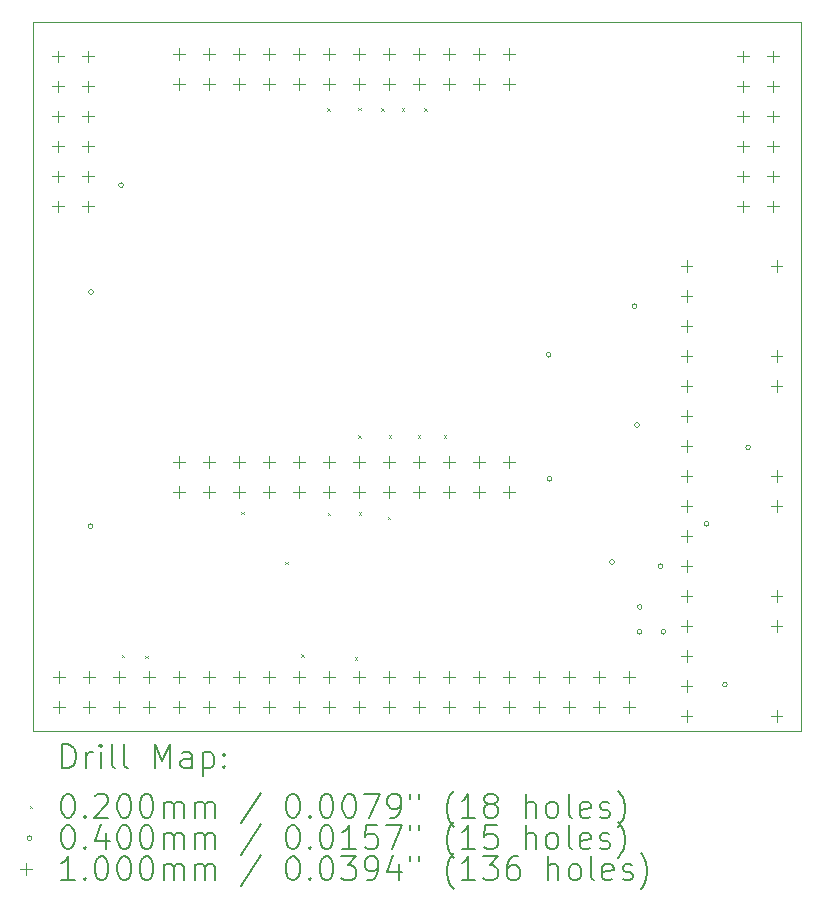
<source format=gbr>
%FSLAX45Y45*%
G04 Gerber Fmt 4.5, Leading zero omitted, Abs format (unit mm)*
G04 Created by KiCad (PCBNEW (6.0.6)) date 2022-08-29 09:39:00*
%MOMM*%
%LPD*%
G01*
G04 APERTURE LIST*
%TA.AperFunction,Profile*%
%ADD10C,0.100000*%
%TD*%
%ADD11C,0.200000*%
%ADD12C,0.020000*%
%ADD13C,0.040000*%
%ADD14C,0.100000*%
G04 APERTURE END LIST*
D10*
X12491720Y-7856220D02*
X5989320Y-7856220D01*
X5989320Y-7856220D02*
X5989320Y-1851660D01*
X5989320Y-1851660D02*
X12491720Y-1851660D01*
X12491720Y-1851660D02*
X12491720Y-7856220D01*
D11*
D12*
X6746400Y-7213760D02*
X6766400Y-7233760D01*
X6766400Y-7213760D02*
X6746400Y-7233760D01*
X6944520Y-7218840D02*
X6964520Y-7238840D01*
X6964520Y-7218840D02*
X6944520Y-7238840D01*
X7757320Y-5999640D02*
X7777320Y-6019640D01*
X7777320Y-5999640D02*
X7757320Y-6019640D01*
X8128160Y-6426360D02*
X8148160Y-6446360D01*
X8148160Y-6426360D02*
X8128160Y-6446360D01*
X8265320Y-7208680D02*
X8285320Y-7228680D01*
X8285320Y-7208680D02*
X8265320Y-7228680D01*
X8483760Y-2585880D02*
X8503760Y-2605880D01*
X8503760Y-2585880D02*
X8483760Y-2605880D01*
X8488840Y-6009800D02*
X8508840Y-6029800D01*
X8508840Y-6009800D02*
X8488840Y-6029800D01*
X8717440Y-7234080D02*
X8737440Y-7254080D01*
X8737440Y-7234080D02*
X8717440Y-7254080D01*
X8747920Y-2580800D02*
X8767920Y-2600800D01*
X8767920Y-2580800D02*
X8747920Y-2600800D01*
X8747920Y-5354480D02*
X8767920Y-5374480D01*
X8767920Y-5354480D02*
X8747920Y-5374480D01*
X8753000Y-6004720D02*
X8773000Y-6024720D01*
X8773000Y-6004720D02*
X8753000Y-6024720D01*
X8940960Y-2585880D02*
X8960960Y-2605880D01*
X8960960Y-2585880D02*
X8940960Y-2605880D01*
X8996840Y-6045360D02*
X9016840Y-6065360D01*
X9016840Y-6045360D02*
X8996840Y-6065360D01*
X9007000Y-5354480D02*
X9027000Y-5374480D01*
X9027000Y-5354480D02*
X9007000Y-5374480D01*
X9113680Y-2585880D02*
X9133680Y-2605880D01*
X9133680Y-2585880D02*
X9113680Y-2605880D01*
X9250840Y-5354480D02*
X9270840Y-5374480D01*
X9270840Y-5354480D02*
X9250840Y-5374480D01*
X9306720Y-2585880D02*
X9326720Y-2605880D01*
X9326720Y-2585880D02*
X9306720Y-2605880D01*
X9469280Y-5354480D02*
X9489280Y-5374480D01*
X9489280Y-5354480D02*
X9469280Y-5374480D01*
D13*
X6499540Y-6123940D02*
G75*
G03*
X6499540Y-6123940I-20000J0D01*
G01*
X6504620Y-4140200D02*
G75*
G03*
X6504620Y-4140200I-20000J0D01*
G01*
X6758620Y-3236150D02*
G75*
G03*
X6758620Y-3236150I-20000J0D01*
G01*
X10378120Y-4671060D02*
G75*
G03*
X10378120Y-4671060I-20000J0D01*
G01*
X10385740Y-5722620D02*
G75*
G03*
X10385740Y-5722620I-20000J0D01*
G01*
X10916600Y-6426200D02*
G75*
G03*
X10916600Y-6426200I-20000J0D01*
G01*
X11107100Y-4261180D02*
G75*
G03*
X11107100Y-4261180I-20000J0D01*
G01*
X11127420Y-5267960D02*
G75*
G03*
X11127420Y-5267960I-20000J0D01*
G01*
X11147740Y-7018020D02*
G75*
G03*
X11147740Y-7018020I-20000J0D01*
G01*
X11150280Y-6807200D02*
G75*
G03*
X11150280Y-6807200I-20000J0D01*
G01*
X11325540Y-6461760D02*
G75*
G03*
X11325540Y-6461760I-20000J0D01*
G01*
X11349340Y-7018020D02*
G75*
G03*
X11349340Y-7018020I-20000J0D01*
G01*
X11716700Y-6103620D02*
G75*
G03*
X11716700Y-6103620I-20000J0D01*
G01*
X11871640Y-7465060D02*
G75*
G03*
X11871640Y-7465060I-20000J0D01*
G01*
X12067565Y-5456009D02*
G75*
G03*
X12067565Y-5456009I-20000J0D01*
G01*
D14*
X6205220Y-2096300D02*
X6205220Y-2196300D01*
X6155220Y-2146300D02*
X6255220Y-2146300D01*
X6205220Y-2350300D02*
X6205220Y-2450300D01*
X6155220Y-2400300D02*
X6255220Y-2400300D01*
X6205220Y-2604300D02*
X6205220Y-2704300D01*
X6155220Y-2654300D02*
X6255220Y-2654300D01*
X6205220Y-2858300D02*
X6205220Y-2958300D01*
X6155220Y-2908300D02*
X6255220Y-2908300D01*
X6205220Y-3112300D02*
X6205220Y-3212300D01*
X6155220Y-3162300D02*
X6255220Y-3162300D01*
X6205220Y-3366300D02*
X6205220Y-3466300D01*
X6155220Y-3416300D02*
X6255220Y-3416300D01*
X6212340Y-7348520D02*
X6212340Y-7448520D01*
X6162340Y-7398520D02*
X6262340Y-7398520D01*
X6212340Y-7602520D02*
X6212340Y-7702520D01*
X6162340Y-7652520D02*
X6262340Y-7652520D01*
X6459220Y-2096300D02*
X6459220Y-2196300D01*
X6409220Y-2146300D02*
X6509220Y-2146300D01*
X6459220Y-2350300D02*
X6459220Y-2450300D01*
X6409220Y-2400300D02*
X6509220Y-2400300D01*
X6459220Y-2604300D02*
X6459220Y-2704300D01*
X6409220Y-2654300D02*
X6509220Y-2654300D01*
X6459220Y-2858300D02*
X6459220Y-2958300D01*
X6409220Y-2908300D02*
X6509220Y-2908300D01*
X6459220Y-3112300D02*
X6459220Y-3212300D01*
X6409220Y-3162300D02*
X6509220Y-3162300D01*
X6459220Y-3366300D02*
X6459220Y-3466300D01*
X6409220Y-3416300D02*
X6509220Y-3416300D01*
X6466340Y-7348520D02*
X6466340Y-7448520D01*
X6416340Y-7398520D02*
X6516340Y-7398520D01*
X6466340Y-7602520D02*
X6466340Y-7702520D01*
X6416340Y-7652520D02*
X6516340Y-7652520D01*
X6720340Y-7348520D02*
X6720340Y-7448520D01*
X6670340Y-7398520D02*
X6770340Y-7398520D01*
X6720340Y-7602520D02*
X6720340Y-7702520D01*
X6670340Y-7652520D02*
X6770340Y-7652520D01*
X6974340Y-7348520D02*
X6974340Y-7448520D01*
X6924340Y-7398520D02*
X7024340Y-7398520D01*
X6974340Y-7602520D02*
X6974340Y-7702520D01*
X6924340Y-7652520D02*
X7024340Y-7652520D01*
X7228340Y-7348520D02*
X7228340Y-7448520D01*
X7178340Y-7398520D02*
X7278340Y-7398520D01*
X7228340Y-7602520D02*
X7228340Y-7702520D01*
X7178340Y-7652520D02*
X7278340Y-7652520D01*
X7228840Y-2074300D02*
X7228840Y-2174300D01*
X7178840Y-2124300D02*
X7278840Y-2124300D01*
X7228840Y-2328300D02*
X7228840Y-2428300D01*
X7178840Y-2378300D02*
X7278840Y-2378300D01*
X7228840Y-5527340D02*
X7228840Y-5627340D01*
X7178840Y-5577340D02*
X7278840Y-5577340D01*
X7228840Y-5781340D02*
X7228840Y-5881340D01*
X7178840Y-5831340D02*
X7278840Y-5831340D01*
X7482340Y-7348520D02*
X7482340Y-7448520D01*
X7432340Y-7398520D02*
X7532340Y-7398520D01*
X7482340Y-7602520D02*
X7482340Y-7702520D01*
X7432340Y-7652520D02*
X7532340Y-7652520D01*
X7482840Y-2074300D02*
X7482840Y-2174300D01*
X7432840Y-2124300D02*
X7532840Y-2124300D01*
X7482840Y-2328300D02*
X7482840Y-2428300D01*
X7432840Y-2378300D02*
X7532840Y-2378300D01*
X7482840Y-5527340D02*
X7482840Y-5627340D01*
X7432840Y-5577340D02*
X7532840Y-5577340D01*
X7482840Y-5781340D02*
X7482840Y-5881340D01*
X7432840Y-5831340D02*
X7532840Y-5831340D01*
X7736340Y-7348520D02*
X7736340Y-7448520D01*
X7686340Y-7398520D02*
X7786340Y-7398520D01*
X7736340Y-7602520D02*
X7736340Y-7702520D01*
X7686340Y-7652520D02*
X7786340Y-7652520D01*
X7736840Y-2074300D02*
X7736840Y-2174300D01*
X7686840Y-2124300D02*
X7786840Y-2124300D01*
X7736840Y-2328300D02*
X7736840Y-2428300D01*
X7686840Y-2378300D02*
X7786840Y-2378300D01*
X7736840Y-5527340D02*
X7736840Y-5627340D01*
X7686840Y-5577340D02*
X7786840Y-5577340D01*
X7736840Y-5781340D02*
X7736840Y-5881340D01*
X7686840Y-5831340D02*
X7786840Y-5831340D01*
X7990340Y-7348520D02*
X7990340Y-7448520D01*
X7940340Y-7398520D02*
X8040340Y-7398520D01*
X7990340Y-7602520D02*
X7990340Y-7702520D01*
X7940340Y-7652520D02*
X8040340Y-7652520D01*
X7990840Y-2074300D02*
X7990840Y-2174300D01*
X7940840Y-2124300D02*
X8040840Y-2124300D01*
X7990840Y-2328300D02*
X7990840Y-2428300D01*
X7940840Y-2378300D02*
X8040840Y-2378300D01*
X7990840Y-5527340D02*
X7990840Y-5627340D01*
X7940840Y-5577340D02*
X8040840Y-5577340D01*
X7990840Y-5781340D02*
X7990840Y-5881340D01*
X7940840Y-5831340D02*
X8040840Y-5831340D01*
X8244340Y-7348520D02*
X8244340Y-7448520D01*
X8194340Y-7398520D02*
X8294340Y-7398520D01*
X8244340Y-7602520D02*
X8244340Y-7702520D01*
X8194340Y-7652520D02*
X8294340Y-7652520D01*
X8244840Y-2074300D02*
X8244840Y-2174300D01*
X8194840Y-2124300D02*
X8294840Y-2124300D01*
X8244840Y-2328300D02*
X8244840Y-2428300D01*
X8194840Y-2378300D02*
X8294840Y-2378300D01*
X8244840Y-5527340D02*
X8244840Y-5627340D01*
X8194840Y-5577340D02*
X8294840Y-5577340D01*
X8244840Y-5781340D02*
X8244840Y-5881340D01*
X8194840Y-5831340D02*
X8294840Y-5831340D01*
X8498340Y-7348520D02*
X8498340Y-7448520D01*
X8448340Y-7398520D02*
X8548340Y-7398520D01*
X8498340Y-7602520D02*
X8498340Y-7702520D01*
X8448340Y-7652520D02*
X8548340Y-7652520D01*
X8498840Y-2074300D02*
X8498840Y-2174300D01*
X8448840Y-2124300D02*
X8548840Y-2124300D01*
X8498840Y-2328300D02*
X8498840Y-2428300D01*
X8448840Y-2378300D02*
X8548840Y-2378300D01*
X8498840Y-5527340D02*
X8498840Y-5627340D01*
X8448840Y-5577340D02*
X8548840Y-5577340D01*
X8498840Y-5781340D02*
X8498840Y-5881340D01*
X8448840Y-5831340D02*
X8548840Y-5831340D01*
X8752340Y-7348520D02*
X8752340Y-7448520D01*
X8702340Y-7398520D02*
X8802340Y-7398520D01*
X8752340Y-7602520D02*
X8752340Y-7702520D01*
X8702340Y-7652520D02*
X8802340Y-7652520D01*
X8752840Y-2074300D02*
X8752840Y-2174300D01*
X8702840Y-2124300D02*
X8802840Y-2124300D01*
X8752840Y-2328300D02*
X8752840Y-2428300D01*
X8702840Y-2378300D02*
X8802840Y-2378300D01*
X8752840Y-5527340D02*
X8752840Y-5627340D01*
X8702840Y-5577340D02*
X8802840Y-5577340D01*
X8752840Y-5781340D02*
X8752840Y-5881340D01*
X8702840Y-5831340D02*
X8802840Y-5831340D01*
X9006340Y-7348520D02*
X9006340Y-7448520D01*
X8956340Y-7398520D02*
X9056340Y-7398520D01*
X9006340Y-7602520D02*
X9006340Y-7702520D01*
X8956340Y-7652520D02*
X9056340Y-7652520D01*
X9006840Y-2074300D02*
X9006840Y-2174300D01*
X8956840Y-2124300D02*
X9056840Y-2124300D01*
X9006840Y-2328300D02*
X9006840Y-2428300D01*
X8956840Y-2378300D02*
X9056840Y-2378300D01*
X9006840Y-5527340D02*
X9006840Y-5627340D01*
X8956840Y-5577340D02*
X9056840Y-5577340D01*
X9006840Y-5781340D02*
X9006840Y-5881340D01*
X8956840Y-5831340D02*
X9056840Y-5831340D01*
X9260340Y-7348520D02*
X9260340Y-7448520D01*
X9210340Y-7398520D02*
X9310340Y-7398520D01*
X9260340Y-7602520D02*
X9260340Y-7702520D01*
X9210340Y-7652520D02*
X9310340Y-7652520D01*
X9260840Y-2074300D02*
X9260840Y-2174300D01*
X9210840Y-2124300D02*
X9310840Y-2124300D01*
X9260840Y-2328300D02*
X9260840Y-2428300D01*
X9210840Y-2378300D02*
X9310840Y-2378300D01*
X9260840Y-5527340D02*
X9260840Y-5627340D01*
X9210840Y-5577340D02*
X9310840Y-5577340D01*
X9260840Y-5781340D02*
X9260840Y-5881340D01*
X9210840Y-5831340D02*
X9310840Y-5831340D01*
X9514340Y-7348520D02*
X9514340Y-7448520D01*
X9464340Y-7398520D02*
X9564340Y-7398520D01*
X9514340Y-7602520D02*
X9514340Y-7702520D01*
X9464340Y-7652520D02*
X9564340Y-7652520D01*
X9514840Y-2074300D02*
X9514840Y-2174300D01*
X9464840Y-2124300D02*
X9564840Y-2124300D01*
X9514840Y-2328300D02*
X9514840Y-2428300D01*
X9464840Y-2378300D02*
X9564840Y-2378300D01*
X9514840Y-5527340D02*
X9514840Y-5627340D01*
X9464840Y-5577340D02*
X9564840Y-5577340D01*
X9514840Y-5781340D02*
X9514840Y-5881340D01*
X9464840Y-5831340D02*
X9564840Y-5831340D01*
X9768340Y-7348520D02*
X9768340Y-7448520D01*
X9718340Y-7398520D02*
X9818340Y-7398520D01*
X9768340Y-7602520D02*
X9768340Y-7702520D01*
X9718340Y-7652520D02*
X9818340Y-7652520D01*
X9768840Y-2074300D02*
X9768840Y-2174300D01*
X9718840Y-2124300D02*
X9818840Y-2124300D01*
X9768840Y-2328300D02*
X9768840Y-2428300D01*
X9718840Y-2378300D02*
X9818840Y-2378300D01*
X9768840Y-5527340D02*
X9768840Y-5627340D01*
X9718840Y-5577340D02*
X9818840Y-5577340D01*
X9768840Y-5781340D02*
X9768840Y-5881340D01*
X9718840Y-5831340D02*
X9818840Y-5831340D01*
X10022340Y-7348520D02*
X10022340Y-7448520D01*
X9972340Y-7398520D02*
X10072340Y-7398520D01*
X10022340Y-7602520D02*
X10022340Y-7702520D01*
X9972340Y-7652520D02*
X10072340Y-7652520D01*
X10022840Y-2074300D02*
X10022840Y-2174300D01*
X9972840Y-2124300D02*
X10072840Y-2124300D01*
X10022840Y-2328300D02*
X10022840Y-2428300D01*
X9972840Y-2378300D02*
X10072840Y-2378300D01*
X10022840Y-5527340D02*
X10022840Y-5627340D01*
X9972840Y-5577340D02*
X10072840Y-5577340D01*
X10022840Y-5781340D02*
X10022840Y-5881340D01*
X9972840Y-5831340D02*
X10072840Y-5831340D01*
X10276340Y-7348520D02*
X10276340Y-7448520D01*
X10226340Y-7398520D02*
X10326340Y-7398520D01*
X10276340Y-7602520D02*
X10276340Y-7702520D01*
X10226340Y-7652520D02*
X10326340Y-7652520D01*
X10530340Y-7348520D02*
X10530340Y-7448520D01*
X10480340Y-7398520D02*
X10580340Y-7398520D01*
X10530340Y-7602520D02*
X10530340Y-7702520D01*
X10480340Y-7652520D02*
X10580340Y-7652520D01*
X10784340Y-7348520D02*
X10784340Y-7448520D01*
X10734340Y-7398520D02*
X10834340Y-7398520D01*
X10784340Y-7602520D02*
X10784340Y-7702520D01*
X10734340Y-7652520D02*
X10834340Y-7652520D01*
X11038340Y-7348520D02*
X11038340Y-7448520D01*
X10988340Y-7398520D02*
X11088340Y-7398520D01*
X11038340Y-7602520D02*
X11038340Y-7702520D01*
X10988340Y-7652520D02*
X11088340Y-7652520D01*
X11526520Y-3869220D02*
X11526520Y-3969220D01*
X11476520Y-3919220D02*
X11576520Y-3919220D01*
X11526520Y-4123220D02*
X11526520Y-4223220D01*
X11476520Y-4173220D02*
X11576520Y-4173220D01*
X11526520Y-4377220D02*
X11526520Y-4477220D01*
X11476520Y-4427220D02*
X11576520Y-4427220D01*
X11526520Y-4631220D02*
X11526520Y-4731220D01*
X11476520Y-4681220D02*
X11576520Y-4681220D01*
X11526520Y-4885220D02*
X11526520Y-4985220D01*
X11476520Y-4935220D02*
X11576520Y-4935220D01*
X11526520Y-5139220D02*
X11526520Y-5239220D01*
X11476520Y-5189220D02*
X11576520Y-5189220D01*
X11526520Y-5393220D02*
X11526520Y-5493220D01*
X11476520Y-5443220D02*
X11576520Y-5443220D01*
X11526520Y-5647220D02*
X11526520Y-5747220D01*
X11476520Y-5697220D02*
X11576520Y-5697220D01*
X11526520Y-5901220D02*
X11526520Y-6001220D01*
X11476520Y-5951220D02*
X11576520Y-5951220D01*
X11526520Y-6155220D02*
X11526520Y-6255220D01*
X11476520Y-6205220D02*
X11576520Y-6205220D01*
X11526520Y-6409220D02*
X11526520Y-6509220D01*
X11476520Y-6459220D02*
X11576520Y-6459220D01*
X11526520Y-6663220D02*
X11526520Y-6763220D01*
X11476520Y-6713220D02*
X11576520Y-6713220D01*
X11526520Y-6917220D02*
X11526520Y-7017220D01*
X11476520Y-6967220D02*
X11576520Y-6967220D01*
X11526520Y-7171220D02*
X11526520Y-7271220D01*
X11476520Y-7221220D02*
X11576520Y-7221220D01*
X11526520Y-7425220D02*
X11526520Y-7525220D01*
X11476520Y-7475220D02*
X11576520Y-7475220D01*
X11526520Y-7679220D02*
X11526520Y-7779220D01*
X11476520Y-7729220D02*
X11576520Y-7729220D01*
X12006580Y-2096300D02*
X12006580Y-2196300D01*
X11956580Y-2146300D02*
X12056580Y-2146300D01*
X12006580Y-2350300D02*
X12006580Y-2450300D01*
X11956580Y-2400300D02*
X12056580Y-2400300D01*
X12006580Y-2604300D02*
X12006580Y-2704300D01*
X11956580Y-2654300D02*
X12056580Y-2654300D01*
X12006580Y-2858300D02*
X12006580Y-2958300D01*
X11956580Y-2908300D02*
X12056580Y-2908300D01*
X12006580Y-3112300D02*
X12006580Y-3212300D01*
X11956580Y-3162300D02*
X12056580Y-3162300D01*
X12006580Y-3366300D02*
X12006580Y-3466300D01*
X11956580Y-3416300D02*
X12056580Y-3416300D01*
X12260580Y-2096300D02*
X12260580Y-2196300D01*
X12210580Y-2146300D02*
X12310580Y-2146300D01*
X12260580Y-2350300D02*
X12260580Y-2450300D01*
X12210580Y-2400300D02*
X12310580Y-2400300D01*
X12260580Y-2604300D02*
X12260580Y-2704300D01*
X12210580Y-2654300D02*
X12310580Y-2654300D01*
X12260580Y-2858300D02*
X12260580Y-2958300D01*
X12210580Y-2908300D02*
X12310580Y-2908300D01*
X12260580Y-3112300D02*
X12260580Y-3212300D01*
X12210580Y-3162300D02*
X12310580Y-3162300D01*
X12260580Y-3366300D02*
X12260580Y-3466300D01*
X12210580Y-3416300D02*
X12310580Y-3416300D01*
X12288520Y-3869220D02*
X12288520Y-3969220D01*
X12238520Y-3919220D02*
X12338520Y-3919220D01*
X12288520Y-4631220D02*
X12288520Y-4731220D01*
X12238520Y-4681220D02*
X12338520Y-4681220D01*
X12288520Y-4885220D02*
X12288520Y-4985220D01*
X12238520Y-4935220D02*
X12338520Y-4935220D01*
X12288520Y-5647220D02*
X12288520Y-5747220D01*
X12238520Y-5697220D02*
X12338520Y-5697220D01*
X12288520Y-5901220D02*
X12288520Y-6001220D01*
X12238520Y-5951220D02*
X12338520Y-5951220D01*
X12288520Y-6663220D02*
X12288520Y-6763220D01*
X12238520Y-6713220D02*
X12338520Y-6713220D01*
X12288520Y-6917220D02*
X12288520Y-7017220D01*
X12238520Y-6967220D02*
X12338520Y-6967220D01*
X12288520Y-7679220D02*
X12288520Y-7779220D01*
X12238520Y-7729220D02*
X12338520Y-7729220D01*
D11*
X6241939Y-8171696D02*
X6241939Y-7971696D01*
X6289558Y-7971696D01*
X6318129Y-7981220D01*
X6337177Y-8000268D01*
X6346701Y-8019315D01*
X6356225Y-8057410D01*
X6356225Y-8085982D01*
X6346701Y-8124077D01*
X6337177Y-8143125D01*
X6318129Y-8162172D01*
X6289558Y-8171696D01*
X6241939Y-8171696D01*
X6441939Y-8171696D02*
X6441939Y-8038363D01*
X6441939Y-8076458D02*
X6451463Y-8057410D01*
X6460987Y-8047887D01*
X6480034Y-8038363D01*
X6499082Y-8038363D01*
X6565748Y-8171696D02*
X6565748Y-8038363D01*
X6565748Y-7971696D02*
X6556225Y-7981220D01*
X6565748Y-7990744D01*
X6575272Y-7981220D01*
X6565748Y-7971696D01*
X6565748Y-7990744D01*
X6689558Y-8171696D02*
X6670510Y-8162172D01*
X6660987Y-8143125D01*
X6660987Y-7971696D01*
X6794320Y-8171696D02*
X6775272Y-8162172D01*
X6765748Y-8143125D01*
X6765748Y-7971696D01*
X7022891Y-8171696D02*
X7022891Y-7971696D01*
X7089558Y-8114553D01*
X7156225Y-7971696D01*
X7156225Y-8171696D01*
X7337177Y-8171696D02*
X7337177Y-8066934D01*
X7327653Y-8047887D01*
X7308606Y-8038363D01*
X7270510Y-8038363D01*
X7251463Y-8047887D01*
X7337177Y-8162172D02*
X7318129Y-8171696D01*
X7270510Y-8171696D01*
X7251463Y-8162172D01*
X7241939Y-8143125D01*
X7241939Y-8124077D01*
X7251463Y-8105029D01*
X7270510Y-8095506D01*
X7318129Y-8095506D01*
X7337177Y-8085982D01*
X7432415Y-8038363D02*
X7432415Y-8238363D01*
X7432415Y-8047887D02*
X7451463Y-8038363D01*
X7489558Y-8038363D01*
X7508606Y-8047887D01*
X7518129Y-8057410D01*
X7527653Y-8076458D01*
X7527653Y-8133601D01*
X7518129Y-8152648D01*
X7508606Y-8162172D01*
X7489558Y-8171696D01*
X7451463Y-8171696D01*
X7432415Y-8162172D01*
X7613368Y-8152648D02*
X7622891Y-8162172D01*
X7613368Y-8171696D01*
X7603844Y-8162172D01*
X7613368Y-8152648D01*
X7613368Y-8171696D01*
X7613368Y-8047887D02*
X7622891Y-8057410D01*
X7613368Y-8066934D01*
X7603844Y-8057410D01*
X7613368Y-8047887D01*
X7613368Y-8066934D01*
D12*
X5964320Y-8491220D02*
X5984320Y-8511220D01*
X5984320Y-8491220D02*
X5964320Y-8511220D01*
D11*
X6280034Y-8391696D02*
X6299082Y-8391696D01*
X6318129Y-8401220D01*
X6327653Y-8410744D01*
X6337177Y-8429791D01*
X6346701Y-8467887D01*
X6346701Y-8515506D01*
X6337177Y-8553601D01*
X6327653Y-8572649D01*
X6318129Y-8582172D01*
X6299082Y-8591696D01*
X6280034Y-8591696D01*
X6260987Y-8582172D01*
X6251463Y-8572649D01*
X6241939Y-8553601D01*
X6232415Y-8515506D01*
X6232415Y-8467887D01*
X6241939Y-8429791D01*
X6251463Y-8410744D01*
X6260987Y-8401220D01*
X6280034Y-8391696D01*
X6432415Y-8572649D02*
X6441939Y-8582172D01*
X6432415Y-8591696D01*
X6422891Y-8582172D01*
X6432415Y-8572649D01*
X6432415Y-8591696D01*
X6518129Y-8410744D02*
X6527653Y-8401220D01*
X6546701Y-8391696D01*
X6594320Y-8391696D01*
X6613368Y-8401220D01*
X6622891Y-8410744D01*
X6632415Y-8429791D01*
X6632415Y-8448839D01*
X6622891Y-8477410D01*
X6508606Y-8591696D01*
X6632415Y-8591696D01*
X6756225Y-8391696D02*
X6775272Y-8391696D01*
X6794320Y-8401220D01*
X6803844Y-8410744D01*
X6813368Y-8429791D01*
X6822891Y-8467887D01*
X6822891Y-8515506D01*
X6813368Y-8553601D01*
X6803844Y-8572649D01*
X6794320Y-8582172D01*
X6775272Y-8591696D01*
X6756225Y-8591696D01*
X6737177Y-8582172D01*
X6727653Y-8572649D01*
X6718129Y-8553601D01*
X6708606Y-8515506D01*
X6708606Y-8467887D01*
X6718129Y-8429791D01*
X6727653Y-8410744D01*
X6737177Y-8401220D01*
X6756225Y-8391696D01*
X6946701Y-8391696D02*
X6965748Y-8391696D01*
X6984796Y-8401220D01*
X6994320Y-8410744D01*
X7003844Y-8429791D01*
X7013368Y-8467887D01*
X7013368Y-8515506D01*
X7003844Y-8553601D01*
X6994320Y-8572649D01*
X6984796Y-8582172D01*
X6965748Y-8591696D01*
X6946701Y-8591696D01*
X6927653Y-8582172D01*
X6918129Y-8572649D01*
X6908606Y-8553601D01*
X6899082Y-8515506D01*
X6899082Y-8467887D01*
X6908606Y-8429791D01*
X6918129Y-8410744D01*
X6927653Y-8401220D01*
X6946701Y-8391696D01*
X7099082Y-8591696D02*
X7099082Y-8458363D01*
X7099082Y-8477410D02*
X7108606Y-8467887D01*
X7127653Y-8458363D01*
X7156225Y-8458363D01*
X7175272Y-8467887D01*
X7184796Y-8486934D01*
X7184796Y-8591696D01*
X7184796Y-8486934D02*
X7194320Y-8467887D01*
X7213368Y-8458363D01*
X7241939Y-8458363D01*
X7260987Y-8467887D01*
X7270510Y-8486934D01*
X7270510Y-8591696D01*
X7365748Y-8591696D02*
X7365748Y-8458363D01*
X7365748Y-8477410D02*
X7375272Y-8467887D01*
X7394320Y-8458363D01*
X7422891Y-8458363D01*
X7441939Y-8467887D01*
X7451463Y-8486934D01*
X7451463Y-8591696D01*
X7451463Y-8486934D02*
X7460987Y-8467887D01*
X7480034Y-8458363D01*
X7508606Y-8458363D01*
X7527653Y-8467887D01*
X7537177Y-8486934D01*
X7537177Y-8591696D01*
X7927653Y-8382172D02*
X7756225Y-8639315D01*
X8184796Y-8391696D02*
X8203844Y-8391696D01*
X8222891Y-8401220D01*
X8232415Y-8410744D01*
X8241939Y-8429791D01*
X8251463Y-8467887D01*
X8251463Y-8515506D01*
X8241939Y-8553601D01*
X8232415Y-8572649D01*
X8222891Y-8582172D01*
X8203844Y-8591696D01*
X8184796Y-8591696D01*
X8165748Y-8582172D01*
X8156225Y-8572649D01*
X8146701Y-8553601D01*
X8137177Y-8515506D01*
X8137177Y-8467887D01*
X8146701Y-8429791D01*
X8156225Y-8410744D01*
X8165748Y-8401220D01*
X8184796Y-8391696D01*
X8337177Y-8572649D02*
X8346701Y-8582172D01*
X8337177Y-8591696D01*
X8327653Y-8582172D01*
X8337177Y-8572649D01*
X8337177Y-8591696D01*
X8470510Y-8391696D02*
X8489558Y-8391696D01*
X8508606Y-8401220D01*
X8518130Y-8410744D01*
X8527653Y-8429791D01*
X8537177Y-8467887D01*
X8537177Y-8515506D01*
X8527653Y-8553601D01*
X8518130Y-8572649D01*
X8508606Y-8582172D01*
X8489558Y-8591696D01*
X8470510Y-8591696D01*
X8451463Y-8582172D01*
X8441939Y-8572649D01*
X8432415Y-8553601D01*
X8422891Y-8515506D01*
X8422891Y-8467887D01*
X8432415Y-8429791D01*
X8441939Y-8410744D01*
X8451463Y-8401220D01*
X8470510Y-8391696D01*
X8660987Y-8391696D02*
X8680034Y-8391696D01*
X8699082Y-8401220D01*
X8708606Y-8410744D01*
X8718130Y-8429791D01*
X8727653Y-8467887D01*
X8727653Y-8515506D01*
X8718130Y-8553601D01*
X8708606Y-8572649D01*
X8699082Y-8582172D01*
X8680034Y-8591696D01*
X8660987Y-8591696D01*
X8641939Y-8582172D01*
X8632415Y-8572649D01*
X8622891Y-8553601D01*
X8613368Y-8515506D01*
X8613368Y-8467887D01*
X8622891Y-8429791D01*
X8632415Y-8410744D01*
X8641939Y-8401220D01*
X8660987Y-8391696D01*
X8794320Y-8391696D02*
X8927653Y-8391696D01*
X8841939Y-8591696D01*
X9013368Y-8591696D02*
X9051463Y-8591696D01*
X9070510Y-8582172D01*
X9080034Y-8572649D01*
X9099082Y-8544077D01*
X9108606Y-8505982D01*
X9108606Y-8429791D01*
X9099082Y-8410744D01*
X9089558Y-8401220D01*
X9070510Y-8391696D01*
X9032415Y-8391696D01*
X9013368Y-8401220D01*
X9003844Y-8410744D01*
X8994320Y-8429791D01*
X8994320Y-8477410D01*
X9003844Y-8496458D01*
X9013368Y-8505982D01*
X9032415Y-8515506D01*
X9070510Y-8515506D01*
X9089558Y-8505982D01*
X9099082Y-8496458D01*
X9108606Y-8477410D01*
X9184796Y-8391696D02*
X9184796Y-8429791D01*
X9260987Y-8391696D02*
X9260987Y-8429791D01*
X9556225Y-8667887D02*
X9546701Y-8658363D01*
X9527653Y-8629791D01*
X9518130Y-8610744D01*
X9508606Y-8582172D01*
X9499082Y-8534553D01*
X9499082Y-8496458D01*
X9508606Y-8448839D01*
X9518130Y-8420268D01*
X9527653Y-8401220D01*
X9546701Y-8372648D01*
X9556225Y-8363125D01*
X9737177Y-8591696D02*
X9622891Y-8591696D01*
X9680034Y-8591696D02*
X9680034Y-8391696D01*
X9660987Y-8420268D01*
X9641939Y-8439315D01*
X9622891Y-8448839D01*
X9851463Y-8477410D02*
X9832415Y-8467887D01*
X9822891Y-8458363D01*
X9813368Y-8439315D01*
X9813368Y-8429791D01*
X9822891Y-8410744D01*
X9832415Y-8401220D01*
X9851463Y-8391696D01*
X9889558Y-8391696D01*
X9908606Y-8401220D01*
X9918130Y-8410744D01*
X9927653Y-8429791D01*
X9927653Y-8439315D01*
X9918130Y-8458363D01*
X9908606Y-8467887D01*
X9889558Y-8477410D01*
X9851463Y-8477410D01*
X9832415Y-8486934D01*
X9822891Y-8496458D01*
X9813368Y-8515506D01*
X9813368Y-8553601D01*
X9822891Y-8572649D01*
X9832415Y-8582172D01*
X9851463Y-8591696D01*
X9889558Y-8591696D01*
X9908606Y-8582172D01*
X9918130Y-8572649D01*
X9927653Y-8553601D01*
X9927653Y-8515506D01*
X9918130Y-8496458D01*
X9908606Y-8486934D01*
X9889558Y-8477410D01*
X10165749Y-8591696D02*
X10165749Y-8391696D01*
X10251463Y-8591696D02*
X10251463Y-8486934D01*
X10241939Y-8467887D01*
X10222891Y-8458363D01*
X10194320Y-8458363D01*
X10175272Y-8467887D01*
X10165749Y-8477410D01*
X10375272Y-8591696D02*
X10356225Y-8582172D01*
X10346701Y-8572649D01*
X10337177Y-8553601D01*
X10337177Y-8496458D01*
X10346701Y-8477410D01*
X10356225Y-8467887D01*
X10375272Y-8458363D01*
X10403844Y-8458363D01*
X10422891Y-8467887D01*
X10432415Y-8477410D01*
X10441939Y-8496458D01*
X10441939Y-8553601D01*
X10432415Y-8572649D01*
X10422891Y-8582172D01*
X10403844Y-8591696D01*
X10375272Y-8591696D01*
X10556225Y-8591696D02*
X10537177Y-8582172D01*
X10527653Y-8563125D01*
X10527653Y-8391696D01*
X10708606Y-8582172D02*
X10689558Y-8591696D01*
X10651463Y-8591696D01*
X10632415Y-8582172D01*
X10622891Y-8563125D01*
X10622891Y-8486934D01*
X10632415Y-8467887D01*
X10651463Y-8458363D01*
X10689558Y-8458363D01*
X10708606Y-8467887D01*
X10718130Y-8486934D01*
X10718130Y-8505982D01*
X10622891Y-8525030D01*
X10794320Y-8582172D02*
X10813368Y-8591696D01*
X10851463Y-8591696D01*
X10870510Y-8582172D01*
X10880034Y-8563125D01*
X10880034Y-8553601D01*
X10870510Y-8534553D01*
X10851463Y-8525030D01*
X10822891Y-8525030D01*
X10803844Y-8515506D01*
X10794320Y-8496458D01*
X10794320Y-8486934D01*
X10803844Y-8467887D01*
X10822891Y-8458363D01*
X10851463Y-8458363D01*
X10870510Y-8467887D01*
X10946701Y-8667887D02*
X10956225Y-8658363D01*
X10975272Y-8629791D01*
X10984796Y-8610744D01*
X10994320Y-8582172D01*
X11003844Y-8534553D01*
X11003844Y-8496458D01*
X10994320Y-8448839D01*
X10984796Y-8420268D01*
X10975272Y-8401220D01*
X10956225Y-8372648D01*
X10946701Y-8363125D01*
D13*
X5984320Y-8765220D02*
G75*
G03*
X5984320Y-8765220I-20000J0D01*
G01*
D11*
X6280034Y-8655696D02*
X6299082Y-8655696D01*
X6318129Y-8665220D01*
X6327653Y-8674744D01*
X6337177Y-8693791D01*
X6346701Y-8731887D01*
X6346701Y-8779506D01*
X6337177Y-8817601D01*
X6327653Y-8836649D01*
X6318129Y-8846172D01*
X6299082Y-8855696D01*
X6280034Y-8855696D01*
X6260987Y-8846172D01*
X6251463Y-8836649D01*
X6241939Y-8817601D01*
X6232415Y-8779506D01*
X6232415Y-8731887D01*
X6241939Y-8693791D01*
X6251463Y-8674744D01*
X6260987Y-8665220D01*
X6280034Y-8655696D01*
X6432415Y-8836649D02*
X6441939Y-8846172D01*
X6432415Y-8855696D01*
X6422891Y-8846172D01*
X6432415Y-8836649D01*
X6432415Y-8855696D01*
X6613368Y-8722363D02*
X6613368Y-8855696D01*
X6565748Y-8646172D02*
X6518129Y-8789030D01*
X6641939Y-8789030D01*
X6756225Y-8655696D02*
X6775272Y-8655696D01*
X6794320Y-8665220D01*
X6803844Y-8674744D01*
X6813368Y-8693791D01*
X6822891Y-8731887D01*
X6822891Y-8779506D01*
X6813368Y-8817601D01*
X6803844Y-8836649D01*
X6794320Y-8846172D01*
X6775272Y-8855696D01*
X6756225Y-8855696D01*
X6737177Y-8846172D01*
X6727653Y-8836649D01*
X6718129Y-8817601D01*
X6708606Y-8779506D01*
X6708606Y-8731887D01*
X6718129Y-8693791D01*
X6727653Y-8674744D01*
X6737177Y-8665220D01*
X6756225Y-8655696D01*
X6946701Y-8655696D02*
X6965748Y-8655696D01*
X6984796Y-8665220D01*
X6994320Y-8674744D01*
X7003844Y-8693791D01*
X7013368Y-8731887D01*
X7013368Y-8779506D01*
X7003844Y-8817601D01*
X6994320Y-8836649D01*
X6984796Y-8846172D01*
X6965748Y-8855696D01*
X6946701Y-8855696D01*
X6927653Y-8846172D01*
X6918129Y-8836649D01*
X6908606Y-8817601D01*
X6899082Y-8779506D01*
X6899082Y-8731887D01*
X6908606Y-8693791D01*
X6918129Y-8674744D01*
X6927653Y-8665220D01*
X6946701Y-8655696D01*
X7099082Y-8855696D02*
X7099082Y-8722363D01*
X7099082Y-8741410D02*
X7108606Y-8731887D01*
X7127653Y-8722363D01*
X7156225Y-8722363D01*
X7175272Y-8731887D01*
X7184796Y-8750934D01*
X7184796Y-8855696D01*
X7184796Y-8750934D02*
X7194320Y-8731887D01*
X7213368Y-8722363D01*
X7241939Y-8722363D01*
X7260987Y-8731887D01*
X7270510Y-8750934D01*
X7270510Y-8855696D01*
X7365748Y-8855696D02*
X7365748Y-8722363D01*
X7365748Y-8741410D02*
X7375272Y-8731887D01*
X7394320Y-8722363D01*
X7422891Y-8722363D01*
X7441939Y-8731887D01*
X7451463Y-8750934D01*
X7451463Y-8855696D01*
X7451463Y-8750934D02*
X7460987Y-8731887D01*
X7480034Y-8722363D01*
X7508606Y-8722363D01*
X7527653Y-8731887D01*
X7537177Y-8750934D01*
X7537177Y-8855696D01*
X7927653Y-8646172D02*
X7756225Y-8903315D01*
X8184796Y-8655696D02*
X8203844Y-8655696D01*
X8222891Y-8665220D01*
X8232415Y-8674744D01*
X8241939Y-8693791D01*
X8251463Y-8731887D01*
X8251463Y-8779506D01*
X8241939Y-8817601D01*
X8232415Y-8836649D01*
X8222891Y-8846172D01*
X8203844Y-8855696D01*
X8184796Y-8855696D01*
X8165748Y-8846172D01*
X8156225Y-8836649D01*
X8146701Y-8817601D01*
X8137177Y-8779506D01*
X8137177Y-8731887D01*
X8146701Y-8693791D01*
X8156225Y-8674744D01*
X8165748Y-8665220D01*
X8184796Y-8655696D01*
X8337177Y-8836649D02*
X8346701Y-8846172D01*
X8337177Y-8855696D01*
X8327653Y-8846172D01*
X8337177Y-8836649D01*
X8337177Y-8855696D01*
X8470510Y-8655696D02*
X8489558Y-8655696D01*
X8508606Y-8665220D01*
X8518130Y-8674744D01*
X8527653Y-8693791D01*
X8537177Y-8731887D01*
X8537177Y-8779506D01*
X8527653Y-8817601D01*
X8518130Y-8836649D01*
X8508606Y-8846172D01*
X8489558Y-8855696D01*
X8470510Y-8855696D01*
X8451463Y-8846172D01*
X8441939Y-8836649D01*
X8432415Y-8817601D01*
X8422891Y-8779506D01*
X8422891Y-8731887D01*
X8432415Y-8693791D01*
X8441939Y-8674744D01*
X8451463Y-8665220D01*
X8470510Y-8655696D01*
X8727653Y-8855696D02*
X8613368Y-8855696D01*
X8670510Y-8855696D02*
X8670510Y-8655696D01*
X8651463Y-8684268D01*
X8632415Y-8703315D01*
X8613368Y-8712839D01*
X8908606Y-8655696D02*
X8813368Y-8655696D01*
X8803844Y-8750934D01*
X8813368Y-8741410D01*
X8832415Y-8731887D01*
X8880034Y-8731887D01*
X8899082Y-8741410D01*
X8908606Y-8750934D01*
X8918130Y-8769982D01*
X8918130Y-8817601D01*
X8908606Y-8836649D01*
X8899082Y-8846172D01*
X8880034Y-8855696D01*
X8832415Y-8855696D01*
X8813368Y-8846172D01*
X8803844Y-8836649D01*
X8984796Y-8655696D02*
X9118130Y-8655696D01*
X9032415Y-8855696D01*
X9184796Y-8655696D02*
X9184796Y-8693791D01*
X9260987Y-8655696D02*
X9260987Y-8693791D01*
X9556225Y-8931887D02*
X9546701Y-8922363D01*
X9527653Y-8893791D01*
X9518130Y-8874744D01*
X9508606Y-8846172D01*
X9499082Y-8798553D01*
X9499082Y-8760458D01*
X9508606Y-8712839D01*
X9518130Y-8684268D01*
X9527653Y-8665220D01*
X9546701Y-8636649D01*
X9556225Y-8627125D01*
X9737177Y-8855696D02*
X9622891Y-8855696D01*
X9680034Y-8855696D02*
X9680034Y-8655696D01*
X9660987Y-8684268D01*
X9641939Y-8703315D01*
X9622891Y-8712839D01*
X9918130Y-8655696D02*
X9822891Y-8655696D01*
X9813368Y-8750934D01*
X9822891Y-8741410D01*
X9841939Y-8731887D01*
X9889558Y-8731887D01*
X9908606Y-8741410D01*
X9918130Y-8750934D01*
X9927653Y-8769982D01*
X9927653Y-8817601D01*
X9918130Y-8836649D01*
X9908606Y-8846172D01*
X9889558Y-8855696D01*
X9841939Y-8855696D01*
X9822891Y-8846172D01*
X9813368Y-8836649D01*
X10165749Y-8855696D02*
X10165749Y-8655696D01*
X10251463Y-8855696D02*
X10251463Y-8750934D01*
X10241939Y-8731887D01*
X10222891Y-8722363D01*
X10194320Y-8722363D01*
X10175272Y-8731887D01*
X10165749Y-8741410D01*
X10375272Y-8855696D02*
X10356225Y-8846172D01*
X10346701Y-8836649D01*
X10337177Y-8817601D01*
X10337177Y-8760458D01*
X10346701Y-8741410D01*
X10356225Y-8731887D01*
X10375272Y-8722363D01*
X10403844Y-8722363D01*
X10422891Y-8731887D01*
X10432415Y-8741410D01*
X10441939Y-8760458D01*
X10441939Y-8817601D01*
X10432415Y-8836649D01*
X10422891Y-8846172D01*
X10403844Y-8855696D01*
X10375272Y-8855696D01*
X10556225Y-8855696D02*
X10537177Y-8846172D01*
X10527653Y-8827125D01*
X10527653Y-8655696D01*
X10708606Y-8846172D02*
X10689558Y-8855696D01*
X10651463Y-8855696D01*
X10632415Y-8846172D01*
X10622891Y-8827125D01*
X10622891Y-8750934D01*
X10632415Y-8731887D01*
X10651463Y-8722363D01*
X10689558Y-8722363D01*
X10708606Y-8731887D01*
X10718130Y-8750934D01*
X10718130Y-8769982D01*
X10622891Y-8789030D01*
X10794320Y-8846172D02*
X10813368Y-8855696D01*
X10851463Y-8855696D01*
X10870510Y-8846172D01*
X10880034Y-8827125D01*
X10880034Y-8817601D01*
X10870510Y-8798553D01*
X10851463Y-8789030D01*
X10822891Y-8789030D01*
X10803844Y-8779506D01*
X10794320Y-8760458D01*
X10794320Y-8750934D01*
X10803844Y-8731887D01*
X10822891Y-8722363D01*
X10851463Y-8722363D01*
X10870510Y-8731887D01*
X10946701Y-8931887D02*
X10956225Y-8922363D01*
X10975272Y-8893791D01*
X10984796Y-8874744D01*
X10994320Y-8846172D01*
X11003844Y-8798553D01*
X11003844Y-8760458D01*
X10994320Y-8712839D01*
X10984796Y-8684268D01*
X10975272Y-8665220D01*
X10956225Y-8636649D01*
X10946701Y-8627125D01*
D14*
X5934320Y-8979220D02*
X5934320Y-9079220D01*
X5884320Y-9029220D02*
X5984320Y-9029220D01*
D11*
X6346701Y-9119696D02*
X6232415Y-9119696D01*
X6289558Y-9119696D02*
X6289558Y-8919696D01*
X6270510Y-8948268D01*
X6251463Y-8967315D01*
X6232415Y-8976839D01*
X6432415Y-9100649D02*
X6441939Y-9110172D01*
X6432415Y-9119696D01*
X6422891Y-9110172D01*
X6432415Y-9100649D01*
X6432415Y-9119696D01*
X6565748Y-8919696D02*
X6584796Y-8919696D01*
X6603844Y-8929220D01*
X6613368Y-8938744D01*
X6622891Y-8957791D01*
X6632415Y-8995887D01*
X6632415Y-9043506D01*
X6622891Y-9081601D01*
X6613368Y-9100649D01*
X6603844Y-9110172D01*
X6584796Y-9119696D01*
X6565748Y-9119696D01*
X6546701Y-9110172D01*
X6537177Y-9100649D01*
X6527653Y-9081601D01*
X6518129Y-9043506D01*
X6518129Y-8995887D01*
X6527653Y-8957791D01*
X6537177Y-8938744D01*
X6546701Y-8929220D01*
X6565748Y-8919696D01*
X6756225Y-8919696D02*
X6775272Y-8919696D01*
X6794320Y-8929220D01*
X6803844Y-8938744D01*
X6813368Y-8957791D01*
X6822891Y-8995887D01*
X6822891Y-9043506D01*
X6813368Y-9081601D01*
X6803844Y-9100649D01*
X6794320Y-9110172D01*
X6775272Y-9119696D01*
X6756225Y-9119696D01*
X6737177Y-9110172D01*
X6727653Y-9100649D01*
X6718129Y-9081601D01*
X6708606Y-9043506D01*
X6708606Y-8995887D01*
X6718129Y-8957791D01*
X6727653Y-8938744D01*
X6737177Y-8929220D01*
X6756225Y-8919696D01*
X6946701Y-8919696D02*
X6965748Y-8919696D01*
X6984796Y-8929220D01*
X6994320Y-8938744D01*
X7003844Y-8957791D01*
X7013368Y-8995887D01*
X7013368Y-9043506D01*
X7003844Y-9081601D01*
X6994320Y-9100649D01*
X6984796Y-9110172D01*
X6965748Y-9119696D01*
X6946701Y-9119696D01*
X6927653Y-9110172D01*
X6918129Y-9100649D01*
X6908606Y-9081601D01*
X6899082Y-9043506D01*
X6899082Y-8995887D01*
X6908606Y-8957791D01*
X6918129Y-8938744D01*
X6927653Y-8929220D01*
X6946701Y-8919696D01*
X7099082Y-9119696D02*
X7099082Y-8986363D01*
X7099082Y-9005410D02*
X7108606Y-8995887D01*
X7127653Y-8986363D01*
X7156225Y-8986363D01*
X7175272Y-8995887D01*
X7184796Y-9014934D01*
X7184796Y-9119696D01*
X7184796Y-9014934D02*
X7194320Y-8995887D01*
X7213368Y-8986363D01*
X7241939Y-8986363D01*
X7260987Y-8995887D01*
X7270510Y-9014934D01*
X7270510Y-9119696D01*
X7365748Y-9119696D02*
X7365748Y-8986363D01*
X7365748Y-9005410D02*
X7375272Y-8995887D01*
X7394320Y-8986363D01*
X7422891Y-8986363D01*
X7441939Y-8995887D01*
X7451463Y-9014934D01*
X7451463Y-9119696D01*
X7451463Y-9014934D02*
X7460987Y-8995887D01*
X7480034Y-8986363D01*
X7508606Y-8986363D01*
X7527653Y-8995887D01*
X7537177Y-9014934D01*
X7537177Y-9119696D01*
X7927653Y-8910172D02*
X7756225Y-9167315D01*
X8184796Y-8919696D02*
X8203844Y-8919696D01*
X8222891Y-8929220D01*
X8232415Y-8938744D01*
X8241939Y-8957791D01*
X8251463Y-8995887D01*
X8251463Y-9043506D01*
X8241939Y-9081601D01*
X8232415Y-9100649D01*
X8222891Y-9110172D01*
X8203844Y-9119696D01*
X8184796Y-9119696D01*
X8165748Y-9110172D01*
X8156225Y-9100649D01*
X8146701Y-9081601D01*
X8137177Y-9043506D01*
X8137177Y-8995887D01*
X8146701Y-8957791D01*
X8156225Y-8938744D01*
X8165748Y-8929220D01*
X8184796Y-8919696D01*
X8337177Y-9100649D02*
X8346701Y-9110172D01*
X8337177Y-9119696D01*
X8327653Y-9110172D01*
X8337177Y-9100649D01*
X8337177Y-9119696D01*
X8470510Y-8919696D02*
X8489558Y-8919696D01*
X8508606Y-8929220D01*
X8518130Y-8938744D01*
X8527653Y-8957791D01*
X8537177Y-8995887D01*
X8537177Y-9043506D01*
X8527653Y-9081601D01*
X8518130Y-9100649D01*
X8508606Y-9110172D01*
X8489558Y-9119696D01*
X8470510Y-9119696D01*
X8451463Y-9110172D01*
X8441939Y-9100649D01*
X8432415Y-9081601D01*
X8422891Y-9043506D01*
X8422891Y-8995887D01*
X8432415Y-8957791D01*
X8441939Y-8938744D01*
X8451463Y-8929220D01*
X8470510Y-8919696D01*
X8603844Y-8919696D02*
X8727653Y-8919696D01*
X8660987Y-8995887D01*
X8689558Y-8995887D01*
X8708606Y-9005410D01*
X8718130Y-9014934D01*
X8727653Y-9033982D01*
X8727653Y-9081601D01*
X8718130Y-9100649D01*
X8708606Y-9110172D01*
X8689558Y-9119696D01*
X8632415Y-9119696D01*
X8613368Y-9110172D01*
X8603844Y-9100649D01*
X8822891Y-9119696D02*
X8860987Y-9119696D01*
X8880034Y-9110172D01*
X8889558Y-9100649D01*
X8908606Y-9072077D01*
X8918130Y-9033982D01*
X8918130Y-8957791D01*
X8908606Y-8938744D01*
X8899082Y-8929220D01*
X8880034Y-8919696D01*
X8841939Y-8919696D01*
X8822891Y-8929220D01*
X8813368Y-8938744D01*
X8803844Y-8957791D01*
X8803844Y-9005410D01*
X8813368Y-9024458D01*
X8822891Y-9033982D01*
X8841939Y-9043506D01*
X8880034Y-9043506D01*
X8899082Y-9033982D01*
X8908606Y-9024458D01*
X8918130Y-9005410D01*
X9089558Y-8986363D02*
X9089558Y-9119696D01*
X9041939Y-8910172D02*
X8994320Y-9053030D01*
X9118130Y-9053030D01*
X9184796Y-8919696D02*
X9184796Y-8957791D01*
X9260987Y-8919696D02*
X9260987Y-8957791D01*
X9556225Y-9195887D02*
X9546701Y-9186363D01*
X9527653Y-9157791D01*
X9518130Y-9138744D01*
X9508606Y-9110172D01*
X9499082Y-9062553D01*
X9499082Y-9024458D01*
X9508606Y-8976839D01*
X9518130Y-8948268D01*
X9527653Y-8929220D01*
X9546701Y-8900649D01*
X9556225Y-8891125D01*
X9737177Y-9119696D02*
X9622891Y-9119696D01*
X9680034Y-9119696D02*
X9680034Y-8919696D01*
X9660987Y-8948268D01*
X9641939Y-8967315D01*
X9622891Y-8976839D01*
X9803844Y-8919696D02*
X9927653Y-8919696D01*
X9860987Y-8995887D01*
X9889558Y-8995887D01*
X9908606Y-9005410D01*
X9918130Y-9014934D01*
X9927653Y-9033982D01*
X9927653Y-9081601D01*
X9918130Y-9100649D01*
X9908606Y-9110172D01*
X9889558Y-9119696D01*
X9832415Y-9119696D01*
X9813368Y-9110172D01*
X9803844Y-9100649D01*
X10099082Y-8919696D02*
X10060987Y-8919696D01*
X10041939Y-8929220D01*
X10032415Y-8938744D01*
X10013368Y-8967315D01*
X10003844Y-9005410D01*
X10003844Y-9081601D01*
X10013368Y-9100649D01*
X10022891Y-9110172D01*
X10041939Y-9119696D01*
X10080034Y-9119696D01*
X10099082Y-9110172D01*
X10108606Y-9100649D01*
X10118130Y-9081601D01*
X10118130Y-9033982D01*
X10108606Y-9014934D01*
X10099082Y-9005410D01*
X10080034Y-8995887D01*
X10041939Y-8995887D01*
X10022891Y-9005410D01*
X10013368Y-9014934D01*
X10003844Y-9033982D01*
X10356225Y-9119696D02*
X10356225Y-8919696D01*
X10441939Y-9119696D02*
X10441939Y-9014934D01*
X10432415Y-8995887D01*
X10413368Y-8986363D01*
X10384796Y-8986363D01*
X10365749Y-8995887D01*
X10356225Y-9005410D01*
X10565749Y-9119696D02*
X10546701Y-9110172D01*
X10537177Y-9100649D01*
X10527653Y-9081601D01*
X10527653Y-9024458D01*
X10537177Y-9005410D01*
X10546701Y-8995887D01*
X10565749Y-8986363D01*
X10594320Y-8986363D01*
X10613368Y-8995887D01*
X10622891Y-9005410D01*
X10632415Y-9024458D01*
X10632415Y-9081601D01*
X10622891Y-9100649D01*
X10613368Y-9110172D01*
X10594320Y-9119696D01*
X10565749Y-9119696D01*
X10746701Y-9119696D02*
X10727653Y-9110172D01*
X10718130Y-9091125D01*
X10718130Y-8919696D01*
X10899082Y-9110172D02*
X10880034Y-9119696D01*
X10841939Y-9119696D01*
X10822891Y-9110172D01*
X10813368Y-9091125D01*
X10813368Y-9014934D01*
X10822891Y-8995887D01*
X10841939Y-8986363D01*
X10880034Y-8986363D01*
X10899082Y-8995887D01*
X10908606Y-9014934D01*
X10908606Y-9033982D01*
X10813368Y-9053030D01*
X10984796Y-9110172D02*
X11003844Y-9119696D01*
X11041939Y-9119696D01*
X11060987Y-9110172D01*
X11070510Y-9091125D01*
X11070510Y-9081601D01*
X11060987Y-9062553D01*
X11041939Y-9053030D01*
X11013368Y-9053030D01*
X10994320Y-9043506D01*
X10984796Y-9024458D01*
X10984796Y-9014934D01*
X10994320Y-8995887D01*
X11013368Y-8986363D01*
X11041939Y-8986363D01*
X11060987Y-8995887D01*
X11137177Y-9195887D02*
X11146701Y-9186363D01*
X11165749Y-9157791D01*
X11175272Y-9138744D01*
X11184796Y-9110172D01*
X11194320Y-9062553D01*
X11194320Y-9024458D01*
X11184796Y-8976839D01*
X11175272Y-8948268D01*
X11165749Y-8929220D01*
X11146701Y-8900649D01*
X11137177Y-8891125D01*
M02*

</source>
